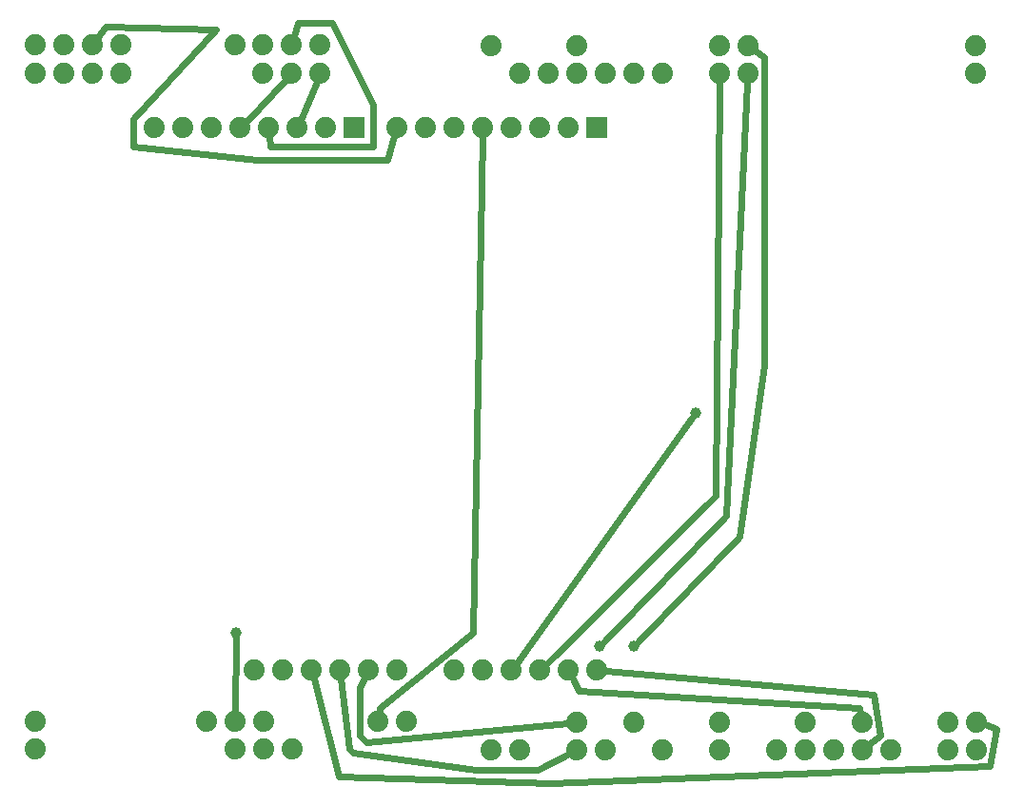
<source format=gtl>
G04 MADE WITH FRITZING*
G04 WWW.FRITZING.ORG*
G04 DOUBLE SIDED*
G04 HOLES PLATED*
G04 CONTOUR ON CENTER OF CONTOUR VECTOR*
%ASAXBY*%
%FSLAX23Y23*%
%MOIN*%
%OFA0B0*%
%SFA1.0B1.0*%
%ADD10C,0.074000*%
%ADD11C,0.039370*%
%ADD12R,0.074000X0.074000*%
%ADD13C,0.024000*%
%LNCOPPER1*%
G90*
G70*
G54D10*
X1884Y429D03*
X1984Y429D03*
X2084Y429D03*
X2184Y429D03*
X2284Y429D03*
X1434Y2329D03*
X1334Y2329D03*
X1234Y2329D03*
X1134Y2329D03*
X1034Y2329D03*
X934Y2329D03*
X834Y2329D03*
X734Y2329D03*
X2284Y2329D03*
X2184Y2329D03*
X2084Y2329D03*
X1984Y2329D03*
X1884Y2329D03*
X1784Y2329D03*
X1684Y2329D03*
X1584Y2329D03*
X1084Y429D03*
X1184Y429D03*
X1284Y429D03*
X1384Y429D03*
X1484Y429D03*
X1584Y429D03*
X1784Y429D03*
X317Y152D03*
X1016Y152D03*
X1116Y152D03*
X1215Y152D03*
X1914Y150D03*
X2014Y150D03*
X2214Y150D03*
X2314Y150D03*
X2513Y150D03*
X2713Y150D03*
X2912Y150D03*
X3012Y150D03*
X3112Y150D03*
X3212Y150D03*
X3312Y150D03*
X3511Y150D03*
X3611Y150D03*
X317Y249D03*
X916Y249D03*
X1016Y249D03*
X1116Y249D03*
X1515Y249D03*
X1615Y249D03*
X2214Y247D03*
X2413Y247D03*
X2713Y247D03*
X3012Y247D03*
X3212Y247D03*
X3511Y247D03*
X3611Y247D03*
X316Y2619D03*
X416Y2619D03*
X515Y2619D03*
X615Y2619D03*
X1015Y2619D03*
X1114Y2619D03*
X1214Y2619D03*
X1314Y2619D03*
X1913Y2617D03*
X2212Y2617D03*
X2712Y2617D03*
X2811Y2617D03*
X3610Y2617D03*
X315Y2519D03*
X415Y2519D03*
X515Y2519D03*
X615Y2519D03*
X1114Y2519D03*
X1213Y2519D03*
X1313Y2519D03*
X2012Y2518D03*
X2112Y2518D03*
X2212Y2518D03*
X2312Y2518D03*
X2411Y2518D03*
X2511Y2518D03*
X2711Y2518D03*
X2811Y2518D03*
X3609Y2518D03*
G54D11*
X2412Y512D03*
X1020Y560D03*
X2292Y512D03*
X2628Y1328D03*
G54D12*
X1434Y2329D03*
X2284Y2329D03*
G54D13*
X1246Y2357D02*
X1301Y2491D01*
D02*
X1055Y2351D02*
X1192Y2497D01*
D02*
X1137Y2298D02*
X1140Y2264D01*
X1140Y2264D02*
X1500Y2264D01*
X1500Y2264D02*
X1500Y2408D01*
X1500Y2408D02*
X1356Y2696D01*
X1356Y2696D02*
X1236Y2696D01*
X1236Y2696D02*
X1223Y2649D01*
D02*
X2198Y401D02*
X2220Y356D01*
X2220Y356D02*
X3204Y296D01*
X3204Y296D02*
X3207Y278D01*
D02*
X1883Y2298D02*
X1848Y560D01*
X1848Y560D02*
X1524Y296D01*
X1524Y296D02*
X1521Y279D01*
D02*
X1469Y401D02*
X1452Y368D01*
X1452Y368D02*
X1452Y200D01*
X1452Y200D02*
X1476Y176D01*
X1476Y176D02*
X2183Y244D01*
D02*
X2106Y451D02*
X2700Y1040D01*
X2700Y1040D02*
X2711Y2487D01*
D02*
X2315Y426D02*
X3252Y344D01*
X3252Y344D02*
X3276Y200D01*
X3276Y200D02*
X3237Y169D01*
D02*
X1387Y398D02*
X1416Y152D01*
X1416Y152D02*
X1428Y140D01*
X1428Y140D02*
X1860Y80D01*
X1860Y80D02*
X2076Y80D01*
X2076Y80D02*
X2186Y136D01*
D02*
X2305Y526D02*
X2736Y968D01*
X2736Y968D02*
X2809Y2487D01*
D02*
X2425Y526D02*
X2784Y896D01*
X2784Y896D02*
X2868Y1496D01*
X2868Y1496D02*
X2868Y2576D01*
X2868Y2576D02*
X2837Y2599D01*
D02*
X2002Y454D02*
X2617Y1312D01*
D02*
X1291Y398D02*
X1380Y56D01*
X1380Y56D02*
X2124Y32D01*
X2124Y32D02*
X3660Y92D01*
X3660Y92D02*
X3684Y224D01*
X3684Y224D02*
X3641Y238D01*
D02*
X1020Y541D02*
X1016Y280D01*
D02*
X1574Y2299D02*
X1548Y2216D01*
X1548Y2216D02*
X1092Y2216D01*
X1092Y2216D02*
X660Y2264D01*
X660Y2264D02*
X660Y2360D01*
X660Y2360D02*
X948Y2672D01*
X948Y2672D02*
X564Y2684D01*
X564Y2684D02*
X534Y2644D01*
G04 End of Copper1*
M02*
</source>
